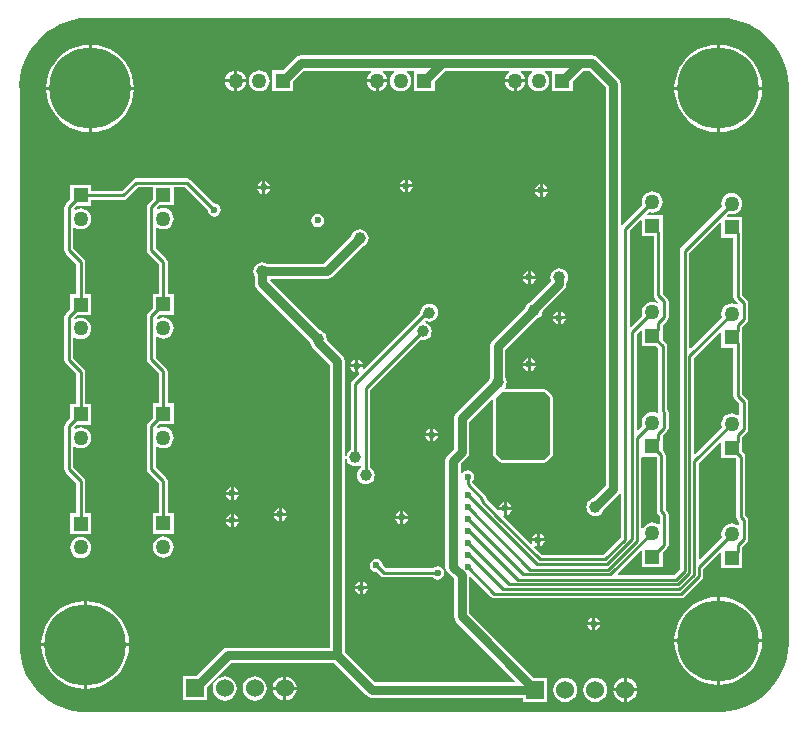
<source format=gbl>
G04*
G04 #@! TF.GenerationSoftware,Altium Limited,Altium Designer,20.0.13 (296)*
G04*
G04 Layer_Physical_Order=2*
G04 Layer_Color=16711680*
%FSLAX25Y25*%
%MOIN*%
G70*
G01*
G75*
%ADD18C,0.01000*%
%ADD56C,0.03000*%
%ADD57C,0.06000*%
%ADD58R,0.06000X0.06000*%
%ADD59C,0.27165*%
%ADD60C,0.05000*%
%ADD61R,0.05000X0.05000*%
%ADD62R,0.05000X0.05000*%
%ADD63C,0.02362*%
%ADD64C,0.03937*%
%ADD65C,0.03937*%
G36*
X620970Y379894D02*
X623247Y379442D01*
X625468Y378768D01*
X627612Y377880D01*
X629659Y376786D01*
X631589Y375496D01*
X633383Y374024D01*
X635024Y372383D01*
X636496Y370589D01*
X637786Y368659D01*
X638880Y366612D01*
X639768Y364468D01*
X640442Y362247D01*
X640895Y359970D01*
X641122Y357661D01*
Y356500D01*
Y172378D01*
Y171218D01*
X640895Y168908D01*
X640442Y166631D01*
X639768Y164410D01*
X638880Y162266D01*
X637786Y160219D01*
X636496Y158289D01*
X635024Y156495D01*
X633383Y154854D01*
X631589Y153382D01*
X629659Y152092D01*
X627612Y150998D01*
X625468Y150110D01*
X623247Y149436D01*
X620970Y148983D01*
X618660Y148756D01*
X617500D01*
X406681Y148756D01*
X405235D01*
X402368Y149133D01*
X399575Y149882D01*
X396903Y150989D01*
X394398Y152435D01*
X392104Y154195D01*
X390059Y156240D01*
X388298Y158535D01*
X386852Y161039D01*
X385746Y163711D01*
X384997Y166505D01*
X384619Y169372D01*
Y170818D01*
X384619Y356500D01*
X384500D01*
Y357661D01*
X384728Y359970D01*
X385180Y362247D01*
X385854Y364468D01*
X386742Y366612D01*
X387836Y368659D01*
X389126Y370589D01*
X390598Y372383D01*
X392239Y374024D01*
X394033Y375496D01*
X395963Y376786D01*
X398010Y377880D01*
X400154Y378768D01*
X402375Y379442D01*
X404652Y379894D01*
X406962Y380122D01*
X408122D01*
Y380122D01*
X617500Y380122D01*
X618660D01*
X620970Y379894D01*
D02*
G37*
%LPC*%
G36*
X457126Y362464D02*
Y359500D01*
X460090D01*
X460036Y359914D01*
X459683Y360765D01*
X459122Y361496D01*
X458391Y362057D01*
X457540Y362410D01*
X457126Y362464D01*
D02*
G37*
G36*
X456126Y362464D02*
X455712Y362410D01*
X454861Y362057D01*
X454130Y361496D01*
X453569Y360765D01*
X453216Y359914D01*
X453162Y359500D01*
X456126D01*
Y362464D01*
D02*
G37*
G36*
X618000Y371088D02*
Y357000D01*
X632088D01*
X631948Y358788D01*
X631412Y361020D01*
X630533Y363141D01*
X629334Y365098D01*
X627843Y366843D01*
X626098Y368334D01*
X624141Y369533D01*
X622020Y370412D01*
X619788Y370948D01*
X618000Y371088D01*
D02*
G37*
G36*
X617000D02*
X615212Y370948D01*
X612980Y370412D01*
X610859Y369533D01*
X608902Y368334D01*
X607157Y366843D01*
X605666Y365098D01*
X604467Y363141D01*
X603588Y361020D01*
X603052Y358788D01*
X602912Y357000D01*
X617000D01*
Y371088D01*
D02*
G37*
G36*
X408622D02*
Y357000D01*
X422711D01*
X422570Y358788D01*
X422034Y361020D01*
X421156Y363141D01*
X419956Y365098D01*
X418465Y366843D01*
X416720Y368334D01*
X414763Y369533D01*
X412642Y370412D01*
X410410Y370948D01*
X408622Y371088D01*
D02*
G37*
G36*
X407622D02*
X405834Y370948D01*
X403602Y370412D01*
X401481Y369533D01*
X399524Y368334D01*
X397779Y366843D01*
X396288Y365098D01*
X395089Y363141D01*
X394210Y361020D01*
X393674Y358788D01*
X393534Y357000D01*
X407622D01*
Y371088D01*
D02*
G37*
G36*
X460090Y358500D02*
X457126D01*
Y355536D01*
X457540Y355590D01*
X458391Y355943D01*
X459122Y356504D01*
X459683Y357235D01*
X460036Y358086D01*
X460090Y358500D01*
D02*
G37*
G36*
X549252D02*
X546288D01*
X546342Y358086D01*
X546695Y357235D01*
X547256Y356504D01*
X547987Y355943D01*
X548838Y355590D01*
X549252Y355536D01*
Y358500D01*
D02*
G37*
G36*
X503252D02*
X500288D01*
X500342Y358086D01*
X500695Y357235D01*
X501256Y356504D01*
X501987Y355943D01*
X502838Y355590D01*
X503252Y355536D01*
Y358500D01*
D02*
G37*
G36*
X553216D02*
X550252D01*
Y355536D01*
X550666Y355590D01*
X551517Y355943D01*
X552248Y356504D01*
X552809Y357235D01*
X553162Y358086D01*
X553216Y358500D01*
D02*
G37*
G36*
X507216D02*
X504252D01*
Y355536D01*
X504666Y355590D01*
X505517Y355943D01*
X506248Y356504D01*
X506809Y357235D01*
X507162Y358086D01*
X507216Y358500D01*
D02*
G37*
G36*
X456126D02*
X453162D01*
X453216Y358086D01*
X453569Y357235D01*
X454130Y356504D01*
X454861Y355943D01*
X455712Y355590D01*
X456126Y355536D01*
Y358500D01*
D02*
G37*
G36*
X464500Y362530D02*
X463586Y362410D01*
X462735Y362057D01*
X462004Y361496D01*
X461443Y360765D01*
X461090Y359914D01*
X460970Y359000D01*
X461090Y358086D01*
X461443Y357235D01*
X462004Y356504D01*
X462735Y355943D01*
X463586Y355590D01*
X464500Y355470D01*
X465414Y355590D01*
X466265Y355943D01*
X466996Y356504D01*
X467557Y357235D01*
X467910Y358086D01*
X468030Y359000D01*
X467910Y359914D01*
X467557Y360765D01*
X466996Y361496D01*
X466265Y362057D01*
X465414Y362410D01*
X464500Y362530D01*
D02*
G37*
G36*
X632088Y356000D02*
X618000D01*
Y341912D01*
X619788Y342052D01*
X622020Y342588D01*
X624141Y343467D01*
X626098Y344666D01*
X627843Y346157D01*
X629334Y347902D01*
X630533Y349859D01*
X631412Y351980D01*
X631948Y354212D01*
X632088Y356000D01*
D02*
G37*
G36*
X617000D02*
X602912D01*
X603052Y354212D01*
X603588Y351980D01*
X604467Y349859D01*
X605666Y347902D01*
X607157Y346157D01*
X608902Y344666D01*
X610859Y343467D01*
X612980Y342588D01*
X615212Y342052D01*
X617000Y341912D01*
Y356000D01*
D02*
G37*
G36*
X422711D02*
X408622D01*
Y341912D01*
X410410Y342052D01*
X412642Y342588D01*
X414763Y343467D01*
X416720Y344666D01*
X418465Y346157D01*
X419956Y347902D01*
X421156Y349859D01*
X422034Y351980D01*
X422570Y354212D01*
X422711Y356000D01*
D02*
G37*
G36*
X407622D02*
X393534D01*
X393674Y354212D01*
X394210Y351980D01*
X395089Y349859D01*
X396288Y347902D01*
X397779Y346157D01*
X399524Y344666D01*
X401481Y343467D01*
X403602Y342588D01*
X405834Y342052D01*
X407622Y341912D01*
Y356000D01*
D02*
G37*
G36*
X514000Y326124D02*
Y324500D01*
X515624D01*
X515555Y324851D01*
X515072Y325572D01*
X514351Y326055D01*
X514000Y326124D01*
D02*
G37*
G36*
X513000D02*
X512649Y326055D01*
X511928Y325572D01*
X511445Y324851D01*
X511376Y324500D01*
X513000D01*
Y326124D01*
D02*
G37*
G36*
X466500Y325624D02*
Y324000D01*
X468124D01*
X468055Y324351D01*
X467572Y325073D01*
X466851Y325555D01*
X466500Y325624D01*
D02*
G37*
G36*
X465500D02*
X465149Y325555D01*
X464428Y325073D01*
X463945Y324351D01*
X463876Y324000D01*
X465500D01*
Y325624D01*
D02*
G37*
G36*
X559000Y324624D02*
Y323000D01*
X560624D01*
X560555Y323351D01*
X560073Y324073D01*
X559351Y324555D01*
X559000Y324624D01*
D02*
G37*
G36*
X558000D02*
X557649Y324555D01*
X556927Y324073D01*
X556445Y323351D01*
X556376Y323000D01*
X558000D01*
Y324624D01*
D02*
G37*
G36*
X440500Y326529D02*
X423374D01*
X422788Y326413D01*
X422292Y326081D01*
X418614Y322403D01*
X408500D01*
Y324374D01*
X401500D01*
Y319537D01*
X399919Y317955D01*
X399587Y317459D01*
X399471Y316874D01*
Y302515D01*
X399587Y301930D01*
X399919Y301434D01*
X403471Y297882D01*
Y287874D01*
X401500D01*
Y283037D01*
X399919Y281455D01*
X399587Y280959D01*
X399471Y280374D01*
Y266015D01*
X399587Y265430D01*
X399919Y264934D01*
X403471Y261382D01*
Y251374D01*
X401500D01*
Y246537D01*
X399919Y244955D01*
X399587Y244459D01*
X399471Y243874D01*
Y229515D01*
X399587Y228930D01*
X399919Y228434D01*
X403471Y224882D01*
Y214874D01*
X401500D01*
Y207874D01*
X408500D01*
Y214874D01*
X406529D01*
Y225515D01*
X406413Y226101D01*
X406081Y226597D01*
X402529Y230149D01*
Y236919D01*
X402978Y237140D01*
X403235Y236943D01*
X404086Y236590D01*
X405000Y236470D01*
X405914Y236590D01*
X406765Y236943D01*
X407496Y237504D01*
X408057Y238235D01*
X408410Y239086D01*
X408530Y240000D01*
X408410Y240914D01*
X408057Y241765D01*
X407496Y242496D01*
X406765Y243057D01*
X405914Y243410D01*
X405000Y243530D01*
X404086Y243410D01*
X403368Y243112D01*
X402972Y243254D01*
X402819Y243368D01*
X402796Y243507D01*
X403663Y244374D01*
X408500D01*
Y251374D01*
X406529D01*
Y262015D01*
X406413Y262601D01*
X406081Y263097D01*
X402529Y266649D01*
Y273419D01*
X402978Y273640D01*
X403235Y273443D01*
X404086Y273090D01*
X405000Y272970D01*
X405914Y273090D01*
X406765Y273443D01*
X407496Y274004D01*
X408057Y274735D01*
X408410Y275586D01*
X408530Y276500D01*
X408410Y277414D01*
X408057Y278265D01*
X407496Y278996D01*
X406765Y279557D01*
X405914Y279910D01*
X405000Y280030D01*
X404086Y279910D01*
X403368Y279612D01*
X402972Y279754D01*
X402819Y279868D01*
X402796Y280007D01*
X403663Y280874D01*
X408500D01*
Y287874D01*
X406529D01*
Y298515D01*
X406413Y299101D01*
X406081Y299597D01*
X402529Y303149D01*
Y309919D01*
X402978Y310140D01*
X403235Y309943D01*
X404086Y309590D01*
X405000Y309470D01*
X405914Y309590D01*
X406765Y309943D01*
X407496Y310504D01*
X408057Y311235D01*
X408410Y312086D01*
X408530Y313000D01*
X408410Y313914D01*
X408057Y314765D01*
X407496Y315496D01*
X406765Y316057D01*
X405914Y316410D01*
X405000Y316530D01*
X404086Y316410D01*
X403368Y316112D01*
X402972Y316254D01*
X402819Y316368D01*
X402796Y316507D01*
X403663Y317374D01*
X408500D01*
Y319345D01*
X419248D01*
X419833Y319461D01*
X420329Y319793D01*
X424007Y323471D01*
X429000D01*
Y319663D01*
X427419Y318081D01*
X427087Y317585D01*
X426971Y317000D01*
Y302641D01*
X427087Y302056D01*
X427419Y301560D01*
X430971Y298008D01*
Y288000D01*
X429000D01*
Y283163D01*
X427419Y281581D01*
X427087Y281085D01*
X426971Y280500D01*
Y266141D01*
X427087Y265556D01*
X427419Y265060D01*
X430971Y261508D01*
Y251500D01*
X429000D01*
Y246663D01*
X427419Y245081D01*
X427087Y244585D01*
X426971Y244000D01*
Y229641D01*
X427087Y229056D01*
X427419Y228560D01*
X430971Y225008D01*
Y215000D01*
X429000D01*
Y208000D01*
X436000D01*
Y215000D01*
X434029D01*
Y225641D01*
X433913Y226227D01*
X433581Y226723D01*
X430029Y230275D01*
Y237045D01*
X430478Y237266D01*
X430735Y237069D01*
X431586Y236716D01*
X432500Y236596D01*
X433414Y236716D01*
X434265Y237069D01*
X434996Y237630D01*
X435557Y238361D01*
X435910Y239212D01*
X436030Y240126D01*
X435910Y241040D01*
X435557Y241891D01*
X434996Y242622D01*
X434265Y243183D01*
X433414Y243536D01*
X432500Y243656D01*
X431586Y243536D01*
X430868Y243238D01*
X430472Y243380D01*
X430319Y243494D01*
X430296Y243633D01*
X431163Y244500D01*
X436000D01*
Y251500D01*
X434029D01*
Y262141D01*
X433913Y262727D01*
X433581Y263223D01*
X430029Y266775D01*
Y273545D01*
X430478Y273766D01*
X430735Y273569D01*
X431586Y273216D01*
X432500Y273096D01*
X433414Y273216D01*
X434265Y273569D01*
X434996Y274130D01*
X435557Y274861D01*
X435910Y275712D01*
X436030Y276626D01*
X435910Y277540D01*
X435557Y278391D01*
X434996Y279122D01*
X434265Y279683D01*
X433414Y280036D01*
X432500Y280156D01*
X431586Y280036D01*
X430868Y279738D01*
X430472Y279880D01*
X430319Y279994D01*
X430296Y280133D01*
X431163Y281000D01*
X436000D01*
Y288000D01*
X434029D01*
Y298641D01*
X433913Y299227D01*
X433581Y299723D01*
X430029Y303275D01*
Y310045D01*
X430478Y310266D01*
X430735Y310069D01*
X431586Y309716D01*
X432500Y309596D01*
X433414Y309716D01*
X434265Y310069D01*
X434996Y310630D01*
X435557Y311361D01*
X435910Y312212D01*
X436030Y313126D01*
X435910Y314040D01*
X435557Y314891D01*
X434996Y315622D01*
X434265Y316183D01*
X433414Y316536D01*
X432500Y316656D01*
X431586Y316536D01*
X430868Y316238D01*
X430472Y316380D01*
X430319Y316494D01*
X430296Y316633D01*
X431163Y317500D01*
X436000D01*
Y323471D01*
X439866D01*
X447286Y316051D01*
X447276Y316000D01*
X447445Y315149D01*
X447928Y314427D01*
X448649Y313945D01*
X449500Y313776D01*
X450351Y313945D01*
X451073Y314427D01*
X451555Y315149D01*
X451724Y316000D01*
X451555Y316851D01*
X451073Y317572D01*
X450351Y318055D01*
X449500Y318224D01*
X449449Y318214D01*
X441581Y326081D01*
X441085Y326413D01*
X440500Y326529D01*
D02*
G37*
G36*
X515624Y323500D02*
X514000D01*
Y321876D01*
X514351Y321945D01*
X515072Y322428D01*
X515555Y323149D01*
X515624Y323500D01*
D02*
G37*
G36*
X513000D02*
X511376D01*
X511445Y323149D01*
X511928Y322428D01*
X512649Y321945D01*
X513000Y321876D01*
Y323500D01*
D02*
G37*
G36*
X468124Y323000D02*
X466500D01*
Y321376D01*
X466851Y321445D01*
X467572Y321927D01*
X468055Y322649D01*
X468124Y323000D01*
D02*
G37*
G36*
X465500D02*
X463876D01*
X463945Y322649D01*
X464428Y321927D01*
X465149Y321445D01*
X465500Y321376D01*
Y323000D01*
D02*
G37*
G36*
X560624Y322000D02*
X559000D01*
Y320376D01*
X559351Y320445D01*
X560073Y320928D01*
X560555Y321649D01*
X560624Y322000D01*
D02*
G37*
G36*
X558000D02*
X556376D01*
X556445Y321649D01*
X556927Y320928D01*
X557649Y320445D01*
X558000Y320376D01*
Y322000D01*
D02*
G37*
G36*
X575500Y367549D02*
X478374D01*
X477399Y367355D01*
X476572Y366802D01*
X472269Y362500D01*
X468874D01*
Y355500D01*
X475874D01*
Y358895D01*
X479430Y362451D01*
X501679D01*
X501848Y361951D01*
X501256Y361496D01*
X500695Y360765D01*
X500342Y359914D01*
X500288Y359500D01*
X503752D01*
X507216D01*
X507162Y359914D01*
X506809Y360765D01*
X506248Y361496D01*
X505655Y361951D01*
X505825Y362451D01*
X509553D01*
X509723Y361951D01*
X509130Y361496D01*
X508569Y360765D01*
X508216Y359914D01*
X508096Y359000D01*
X508216Y358086D01*
X508569Y357235D01*
X509130Y356504D01*
X509861Y355943D01*
X510712Y355590D01*
X511626Y355470D01*
X512540Y355590D01*
X513391Y355943D01*
X514122Y356504D01*
X514683Y357235D01*
X515036Y358086D01*
X515156Y359000D01*
X515036Y359914D01*
X514683Y360765D01*
X514122Y361496D01*
X513529Y361951D01*
X513699Y362451D01*
X516000D01*
Y355500D01*
X523000D01*
Y358895D01*
X526556Y362451D01*
X547679D01*
X547848Y361951D01*
X547256Y361496D01*
X546695Y360765D01*
X546342Y359914D01*
X546288Y359500D01*
X549752D01*
X553216D01*
X553162Y359914D01*
X552809Y360765D01*
X552248Y361496D01*
X551655Y361951D01*
X551825Y362451D01*
X555553D01*
X555723Y361951D01*
X555130Y361496D01*
X554569Y360765D01*
X554216Y359914D01*
X554096Y359000D01*
X554216Y358086D01*
X554569Y357235D01*
X555130Y356504D01*
X555861Y355943D01*
X556712Y355590D01*
X557626Y355470D01*
X558540Y355590D01*
X559391Y355943D01*
X560122Y356504D01*
X560683Y357235D01*
X561036Y358086D01*
X561156Y359000D01*
X561036Y359914D01*
X560683Y360765D01*
X560122Y361496D01*
X559529Y361951D01*
X559699Y362451D01*
X562000D01*
Y355500D01*
X569000D01*
Y358895D01*
X572556Y362451D01*
X574444D01*
X579951Y356944D01*
Y224056D01*
X575797Y219901D01*
X575725Y219892D01*
X575003Y219593D01*
X574383Y219117D01*
X573907Y218497D01*
X573608Y217775D01*
X573506Y217000D01*
X573608Y216225D01*
X573907Y215503D01*
X574383Y214883D01*
X575003Y214407D01*
X575725Y214108D01*
X576500Y214006D01*
X577275Y214108D01*
X577997Y214407D01*
X578617Y214883D01*
X579093Y215503D01*
X579392Y216225D01*
X579401Y216297D01*
X584302Y221198D01*
X584471Y221449D01*
X584971Y221298D01*
Y206755D01*
X579245Y201029D01*
X558766D01*
X556054Y203742D01*
X556372Y204130D01*
X556649Y203945D01*
X557000Y203876D01*
Y205500D01*
X555376D01*
X555445Y205149D01*
X555630Y204872D01*
X555242Y204554D01*
X545912Y213883D01*
X546000Y214048D01*
Y216000D01*
X544047D01*
X543883Y215912D01*
X540286Y219509D01*
Y219743D01*
X540170Y220328D01*
X539838Y220825D01*
X535701Y224962D01*
X535572Y225428D01*
X536055Y226149D01*
X536224Y227000D01*
X536055Y227851D01*
X535572Y228573D01*
X534851Y229055D01*
X534000Y229224D01*
X533149Y229055D01*
X532428Y228573D01*
X532168Y228184D01*
X531668Y228336D01*
Y231345D01*
X533802Y233479D01*
X534355Y234306D01*
X534549Y235282D01*
Y245444D01*
X541980Y252876D01*
X542480Y252668D01*
Y234750D01*
X542558Y234360D01*
X542779Y234029D01*
X544779Y232029D01*
X545110Y231808D01*
X545500Y231730D01*
X559500Y231730D01*
X559890Y231808D01*
X560221Y232029D01*
X562221Y234029D01*
X562442Y234360D01*
X562520Y234750D01*
X562520Y253250D01*
X562442Y253640D01*
X562221Y253971D01*
X560321Y255871D01*
X559990Y256092D01*
X559600Y256170D01*
X546584Y256170D01*
X546337Y256670D01*
X546593Y257003D01*
X546892Y257725D01*
X546994Y258500D01*
X546892Y259275D01*
X546593Y259997D01*
X546549Y260054D01*
Y269444D01*
X556703Y279598D01*
X556775Y279608D01*
X557497Y279907D01*
X558117Y280383D01*
X558593Y281003D01*
X558892Y281725D01*
X558977Y282372D01*
X566123Y289518D01*
X566676Y290345D01*
X566870Y291321D01*
Y291712D01*
X567093Y292003D01*
X567392Y292725D01*
X567494Y293500D01*
X567392Y294275D01*
X567093Y294997D01*
X566617Y295617D01*
X565997Y296093D01*
X565275Y296392D01*
X564500Y296494D01*
X563725Y296392D01*
X563003Y296093D01*
X562383Y295617D01*
X561907Y294997D01*
X561608Y294275D01*
X561506Y293500D01*
X561608Y292725D01*
X561758Y292363D01*
X554666Y285271D01*
X554564Y285118D01*
X554503Y285093D01*
X553883Y284617D01*
X553407Y283997D01*
X553108Y283275D01*
X553098Y283203D01*
X542198Y272302D01*
X541645Y271476D01*
X541451Y270500D01*
Y260054D01*
X541407Y259997D01*
X541108Y259275D01*
X541098Y259203D01*
X530198Y248302D01*
X529645Y247476D01*
X529451Y246500D01*
Y236337D01*
X527317Y234203D01*
X526764Y233376D01*
X526570Y232400D01*
Y197099D01*
X526764Y196124D01*
X527317Y195297D01*
X529451Y193163D01*
Y180500D01*
X529645Y179525D01*
X530198Y178698D01*
X549884Y159011D01*
X549693Y158549D01*
X503056D01*
X493049Y168556D01*
Y233139D01*
X493549Y233172D01*
X493608Y232725D01*
X493907Y232003D01*
X494383Y231383D01*
X495003Y230907D01*
X495725Y230608D01*
X496500Y230506D01*
X497275Y230608D01*
X497997Y230907D01*
X498022Y230926D01*
X498471Y230705D01*
Y230068D01*
X497883Y229617D01*
X497407Y228997D01*
X497108Y228275D01*
X497006Y227500D01*
X497108Y226725D01*
X497407Y226003D01*
X497883Y225383D01*
X498503Y224907D01*
X499225Y224608D01*
X500000Y224506D01*
X500775Y224608D01*
X501497Y224907D01*
X502117Y225383D01*
X502593Y226003D01*
X502892Y226725D01*
X502994Y227500D01*
X502892Y228275D01*
X502593Y228997D01*
X502117Y229617D01*
X501529Y230068D01*
Y255867D01*
X518265Y272603D01*
X519000Y272506D01*
X519775Y272608D01*
X520497Y272907D01*
X521117Y273383D01*
X521593Y274003D01*
X521892Y274725D01*
X521994Y275500D01*
X521892Y276275D01*
X521593Y276997D01*
X521117Y277617D01*
X520497Y278093D01*
X520005Y278297D01*
X519841Y278830D01*
X519979Y278999D01*
X520064Y279049D01*
X520440Y278893D01*
X521215Y278791D01*
X521989Y278893D01*
X522712Y279192D01*
X523332Y279668D01*
X523807Y280288D01*
X524107Y281011D01*
X524209Y281785D01*
X524107Y282560D01*
X523807Y283282D01*
X523332Y283903D01*
X522712Y284378D01*
X521989Y284678D01*
X521215Y284780D01*
X520440Y284678D01*
X519718Y284378D01*
X519097Y283903D01*
X518622Y283282D01*
X518323Y282560D01*
X518221Y281789D01*
X499560Y263128D01*
X499099Y263375D01*
X499124Y263500D01*
X497500D01*
Y261876D01*
X497625Y261901D01*
X497872Y261440D01*
X495419Y258987D01*
X495087Y258490D01*
X494971Y257905D01*
Y236068D01*
X494383Y235617D01*
X493907Y234997D01*
X493608Y234275D01*
X493549Y233828D01*
X493049Y233861D01*
Y265500D01*
X492855Y266476D01*
X492302Y267302D01*
X486949Y272656D01*
X486994Y273000D01*
X486892Y273775D01*
X486593Y274497D01*
X486117Y275117D01*
X485497Y275593D01*
X484775Y275892D01*
X484703Y275902D01*
X468154Y292451D01*
X468302Y292951D01*
X486962D01*
X487937Y293145D01*
X488764Y293698D01*
X498641Y303575D01*
X498713Y303584D01*
X499435Y303883D01*
X500055Y304359D01*
X500531Y304979D01*
X500830Y305701D01*
X500932Y306476D01*
X500830Y307251D01*
X500531Y307973D01*
X500055Y308593D01*
X499435Y309069D01*
X498713Y309368D01*
X497938Y309470D01*
X497163Y309368D01*
X496441Y309069D01*
X495821Y308593D01*
X495345Y307973D01*
X495046Y307251D01*
X495037Y307179D01*
X485906Y298049D01*
X467054D01*
X466997Y298093D01*
X466275Y298392D01*
X465500Y298494D01*
X464725Y298392D01*
X464003Y298093D01*
X463383Y297617D01*
X462907Y296997D01*
X462608Y296275D01*
X462506Y295500D01*
X462608Y294725D01*
X462907Y294003D01*
X462951Y293946D01*
Y291500D01*
X463145Y290525D01*
X463698Y289698D01*
X481099Y272297D01*
X481108Y272225D01*
X481407Y271503D01*
X481600Y271252D01*
X481645Y271024D01*
X482198Y270198D01*
X487951Y264444D01*
Y170049D01*
X454000D01*
X453024Y169855D01*
X452198Y169302D01*
X443395Y160500D01*
X439000D01*
Y152500D01*
X447000D01*
Y156895D01*
X449712Y159608D01*
X450089Y159277D01*
X449914Y159048D01*
X449506Y158517D01*
X449103Y157544D01*
X448966Y156500D01*
X449103Y155456D01*
X449506Y154483D01*
X450147Y153647D01*
X450983Y153006D01*
X451956Y152603D01*
X453000Y152465D01*
X454044Y152603D01*
X455017Y153006D01*
X455853Y153647D01*
X456494Y154483D01*
X456897Y155456D01*
X457034Y156500D01*
X456897Y157544D01*
X456494Y158517D01*
X455853Y159353D01*
X455017Y159994D01*
X454044Y160397D01*
X453000Y160535D01*
X451956Y160397D01*
X450983Y159994D01*
X450452Y159587D01*
X450223Y159411D01*
X449892Y159788D01*
X455056Y164951D01*
X489444D01*
X500198Y154198D01*
X501024Y153645D01*
X502000Y153451D01*
X552500D01*
Y152000D01*
X560500D01*
Y160000D01*
X556105D01*
X534549Y181556D01*
Y193581D01*
X535049Y193788D01*
X541828Y187009D01*
X542324Y186678D01*
X542909Y186561D01*
X605152D01*
X605737Y186678D01*
X606234Y187009D01*
X612081Y192857D01*
X612413Y193353D01*
X612529Y193939D01*
Y196323D01*
X618038Y201832D01*
X618500Y201641D01*
Y196583D01*
X625500D01*
Y201935D01*
X625529Y202083D01*
Y203666D01*
X627081Y205218D01*
X627413Y205715D01*
X627529Y206300D01*
Y212500D01*
X627413Y213085D01*
X627081Y213581D01*
X626529Y214134D01*
Y233791D01*
X626413Y234377D01*
X626081Y234873D01*
X625500Y235454D01*
Y238644D01*
X625529Y238791D01*
Y240375D01*
X627081Y241927D01*
X627413Y242423D01*
X627529Y243008D01*
Y252000D01*
X627413Y252585D01*
X627081Y253081D01*
X625529Y254633D01*
Y271500D01*
X625500Y271648D01*
Y275352D01*
X625529Y275500D01*
Y277084D01*
X627081Y278636D01*
X627413Y279132D01*
X627529Y279717D01*
Y285000D01*
X627413Y285585D01*
X627081Y286081D01*
X625529Y287633D01*
Y308209D01*
X625500Y308356D01*
Y313709D01*
X620442D01*
X620251Y314171D01*
X620851Y314770D01*
X621086Y314673D01*
X622000Y314552D01*
X622914Y314673D01*
X623765Y315025D01*
X624496Y315586D01*
X625057Y316318D01*
X625410Y317169D01*
X625530Y318083D01*
X625410Y318996D01*
X625057Y319848D01*
X624496Y320579D01*
X623765Y321140D01*
X622914Y321493D01*
X622000Y321613D01*
X621086Y321493D01*
X620235Y321140D01*
X619504Y320579D01*
X618943Y319848D01*
X618590Y318996D01*
X618470Y318083D01*
X618590Y317169D01*
X618688Y316933D01*
X605237Y303483D01*
X604906Y302987D01*
X604789Y302402D01*
Y196255D01*
X602836Y194301D01*
X584117D01*
X583926Y194763D01*
X591538Y202375D01*
X592000Y202184D01*
Y196917D01*
X599000D01*
Y201754D01*
X600581Y203336D01*
X600913Y203832D01*
X601029Y204417D01*
Y214500D01*
X600913Y215085D01*
X600581Y215581D01*
X600029Y216133D01*
Y234209D01*
X599913Y234794D01*
X599581Y235290D01*
X599000Y235872D01*
Y239061D01*
X599029Y239209D01*
Y240792D01*
X600581Y242344D01*
X600913Y242841D01*
X601029Y243426D01*
Y248500D01*
X600913Y249085D01*
X600581Y249581D01*
X600529Y249634D01*
Y270500D01*
X600413Y271085D01*
X600081Y271581D01*
X599000Y272663D01*
Y275852D01*
X599029Y276000D01*
Y277584D01*
X600581Y279136D01*
X600913Y279632D01*
X601029Y280217D01*
Y285500D01*
X600913Y286085D01*
X600581Y286581D01*
X599029Y288134D01*
Y308791D01*
X599000Y308939D01*
Y314291D01*
X593942D01*
X593751Y314753D01*
X594351Y315353D01*
X594586Y315255D01*
X595500Y315135D01*
X596414Y315255D01*
X597265Y315608D01*
X597996Y316169D01*
X598557Y316900D01*
X598910Y317752D01*
X599030Y318665D01*
X598910Y319579D01*
X598557Y320430D01*
X597996Y321162D01*
X597265Y321723D01*
X596414Y322075D01*
X595500Y322196D01*
X594586Y322075D01*
X593735Y321723D01*
X593004Y321162D01*
X592443Y320430D01*
X592090Y319579D01*
X591970Y318665D01*
X592090Y317752D01*
X592188Y317516D01*
X585549Y310877D01*
X585049Y311062D01*
Y358000D01*
X584855Y358976D01*
X584302Y359802D01*
X577302Y366802D01*
X576475Y367355D01*
X575500Y367549D01*
D02*
G37*
G36*
X484000Y314724D02*
X483149Y314555D01*
X482428Y314072D01*
X481945Y313351D01*
X481776Y312500D01*
X481945Y311649D01*
X482428Y310928D01*
X483149Y310445D01*
X484000Y310276D01*
X484851Y310445D01*
X485572Y310928D01*
X486055Y311649D01*
X486224Y312500D01*
X486055Y313351D01*
X485572Y314072D01*
X484851Y314555D01*
X484000Y314724D01*
D02*
G37*
G36*
X555000Y295624D02*
Y294000D01*
X556624D01*
X556555Y294351D01*
X556073Y295073D01*
X555351Y295555D01*
X555000Y295624D01*
D02*
G37*
G36*
X554000D02*
X553649Y295555D01*
X552927Y295073D01*
X552445Y294351D01*
X552376Y294000D01*
X554000D01*
Y295624D01*
D02*
G37*
G36*
X556624Y293000D02*
X555000D01*
Y291376D01*
X555351Y291445D01*
X556073Y291928D01*
X556555Y292649D01*
X556624Y293000D01*
D02*
G37*
G36*
X554000D02*
X552376D01*
X552445Y292649D01*
X552927Y291928D01*
X553649Y291445D01*
X554000Y291376D01*
Y293000D01*
D02*
G37*
G36*
X565000Y282124D02*
Y280500D01*
X566624D01*
X566555Y280851D01*
X566073Y281573D01*
X565351Y282055D01*
X565000Y282124D01*
D02*
G37*
G36*
X564000D02*
X563649Y282055D01*
X562927Y281573D01*
X562445Y280851D01*
X562376Y280500D01*
X564000D01*
Y282124D01*
D02*
G37*
G36*
X566624Y279500D02*
X565000D01*
Y277876D01*
X565351Y277945D01*
X566073Y278428D01*
X566555Y279149D01*
X566624Y279500D01*
D02*
G37*
G36*
X564000D02*
X562376D01*
X562445Y279149D01*
X562927Y278428D01*
X563649Y277945D01*
X564000Y277876D01*
Y279500D01*
D02*
G37*
G36*
X555000Y266624D02*
Y265000D01*
X556624D01*
X556555Y265351D01*
X556073Y266073D01*
X555351Y266555D01*
X555000Y266624D01*
D02*
G37*
G36*
X554000D02*
X553649Y266555D01*
X552927Y266073D01*
X552445Y265351D01*
X552376Y265000D01*
X554000D01*
Y266624D01*
D02*
G37*
G36*
X497500Y266124D02*
Y264500D01*
X499124D01*
X499055Y264851D01*
X498572Y265573D01*
X497851Y266055D01*
X497500Y266124D01*
D02*
G37*
G36*
X496500D02*
X496149Y266055D01*
X495428Y265573D01*
X494945Y264851D01*
X494876Y264500D01*
X496500D01*
Y266124D01*
D02*
G37*
G36*
X556624Y264000D02*
X555000D01*
Y262376D01*
X555351Y262445D01*
X556073Y262928D01*
X556555Y263649D01*
X556624Y264000D01*
D02*
G37*
G36*
X554000D02*
X552376D01*
X552445Y263649D01*
X552927Y262928D01*
X553649Y262445D01*
X554000Y262376D01*
Y264000D01*
D02*
G37*
G36*
X496500Y263500D02*
X494876D01*
X494945Y263149D01*
X495428Y262427D01*
X496149Y261945D01*
X496500Y261876D01*
Y263500D01*
D02*
G37*
G36*
X522500Y243124D02*
Y241500D01*
X524124D01*
X524055Y241851D01*
X523572Y242572D01*
X522851Y243055D01*
X522500Y243124D01*
D02*
G37*
G36*
X521500D02*
X521149Y243055D01*
X520428Y242572D01*
X519945Y241851D01*
X519876Y241500D01*
X521500D01*
Y243124D01*
D02*
G37*
G36*
X524124Y240500D02*
X522500D01*
Y238876D01*
X522851Y238945D01*
X523572Y239427D01*
X524055Y240149D01*
X524124Y240500D01*
D02*
G37*
G36*
X521500D02*
X519876D01*
X519945Y240149D01*
X520428Y239427D01*
X521149Y238945D01*
X521500Y238876D01*
Y240500D01*
D02*
G37*
G36*
X456000Y223624D02*
Y222000D01*
X457624D01*
X457555Y222351D01*
X457072Y223073D01*
X456351Y223555D01*
X456000Y223624D01*
D02*
G37*
G36*
X455000D02*
X454649Y223555D01*
X453928Y223073D01*
X453445Y222351D01*
X453376Y222000D01*
X455000D01*
Y223624D01*
D02*
G37*
G36*
X457624Y221000D02*
X456000D01*
Y219376D01*
X456351Y219445D01*
X457072Y219928D01*
X457555Y220649D01*
X457624Y221000D01*
D02*
G37*
G36*
X455000D02*
X453376D01*
X453445Y220649D01*
X453928Y219928D01*
X454649Y219445D01*
X455000Y219376D01*
Y221000D01*
D02*
G37*
G36*
X547000Y218624D02*
Y217000D01*
X548624D01*
X548555Y217351D01*
X548072Y218073D01*
X547351Y218555D01*
X547000Y218624D01*
D02*
G37*
G36*
X546000D02*
X545649Y218555D01*
X544928Y218073D01*
X544445Y217351D01*
X544376Y217000D01*
X546000D01*
Y218624D01*
D02*
G37*
G36*
X472000Y216624D02*
Y215000D01*
X473624D01*
X473555Y215351D01*
X473072Y216073D01*
X472351Y216555D01*
X472000Y216624D01*
D02*
G37*
G36*
X471000D02*
X470649Y216555D01*
X469928Y216073D01*
X469445Y215351D01*
X469376Y215000D01*
X471000D01*
Y216624D01*
D02*
G37*
G36*
X548624Y216000D02*
X547000D01*
Y214376D01*
X547351Y214445D01*
X548072Y214928D01*
X548555Y215649D01*
X548624Y216000D01*
D02*
G37*
G36*
X512500Y215624D02*
Y214000D01*
X514124D01*
X514055Y214351D01*
X513573Y215072D01*
X512851Y215555D01*
X512500Y215624D01*
D02*
G37*
G36*
X511500D02*
X511149Y215555D01*
X510428Y215072D01*
X509945Y214351D01*
X509876Y214000D01*
X511500D01*
Y215624D01*
D02*
G37*
G36*
X456000Y214624D02*
Y213000D01*
X457624D01*
X457555Y213351D01*
X457072Y214072D01*
X456351Y214555D01*
X456000Y214624D01*
D02*
G37*
G36*
X455000D02*
X454649Y214555D01*
X453928Y214072D01*
X453445Y213351D01*
X453376Y213000D01*
X455000D01*
Y214624D01*
D02*
G37*
G36*
X473624Y214000D02*
X472000D01*
Y212376D01*
X472351Y212445D01*
X473072Y212928D01*
X473555Y213649D01*
X473624Y214000D01*
D02*
G37*
G36*
X471000D02*
X469376D01*
X469445Y213649D01*
X469928Y212928D01*
X470649Y212445D01*
X471000Y212376D01*
Y214000D01*
D02*
G37*
G36*
X514124Y213000D02*
X512500D01*
Y211376D01*
X512851Y211445D01*
X513573Y211928D01*
X514055Y212649D01*
X514124Y213000D01*
D02*
G37*
G36*
X511500D02*
X509876D01*
X509945Y212649D01*
X510428Y211928D01*
X511149Y211445D01*
X511500Y211376D01*
Y213000D01*
D02*
G37*
G36*
X457624Y212000D02*
X456000D01*
Y210376D01*
X456351Y210445D01*
X457072Y210928D01*
X457555Y211649D01*
X457624Y212000D01*
D02*
G37*
G36*
X455000D02*
X453376D01*
X453445Y211649D01*
X453928Y210928D01*
X454649Y210445D01*
X455000Y210376D01*
Y212000D01*
D02*
G37*
G36*
X558000Y208124D02*
Y206500D01*
X559624D01*
X559555Y206851D01*
X559072Y207573D01*
X558351Y208055D01*
X558000Y208124D01*
D02*
G37*
G36*
X557000D02*
X556649Y208055D01*
X555928Y207573D01*
X555445Y206851D01*
X555376Y206500D01*
X557000D01*
Y208124D01*
D02*
G37*
G36*
X559624Y205500D02*
X558000D01*
Y203876D01*
X558351Y203945D01*
X559072Y204428D01*
X559555Y205149D01*
X559624Y205500D01*
D02*
G37*
G36*
X432500Y207156D02*
X431586Y207036D01*
X430735Y206683D01*
X430004Y206122D01*
X429443Y205391D01*
X429090Y204540D01*
X428970Y203626D01*
X429090Y202712D01*
X429443Y201861D01*
X430004Y201130D01*
X430735Y200569D01*
X431586Y200216D01*
X432500Y200096D01*
X433414Y200216D01*
X434265Y200569D01*
X434996Y201130D01*
X435557Y201861D01*
X435910Y202712D01*
X436030Y203626D01*
X435910Y204540D01*
X435557Y205391D01*
X434996Y206122D01*
X434265Y206683D01*
X433414Y207036D01*
X432500Y207156D01*
D02*
G37*
G36*
X405000Y207030D02*
X404086Y206910D01*
X403235Y206557D01*
X402504Y205996D01*
X401943Y205265D01*
X401590Y204414D01*
X401470Y203500D01*
X401590Y202586D01*
X401943Y201735D01*
X402504Y201004D01*
X403235Y200443D01*
X404086Y200090D01*
X405000Y199970D01*
X405914Y200090D01*
X406765Y200443D01*
X407496Y201004D01*
X408057Y201735D01*
X408410Y202586D01*
X408530Y203500D01*
X408410Y204414D01*
X408057Y205265D01*
X407496Y205996D01*
X406765Y206557D01*
X405914Y206910D01*
X405000Y207030D01*
D02*
G37*
G36*
X503500Y199724D02*
X502649Y199555D01*
X501928Y199073D01*
X501445Y198351D01*
X501276Y197500D01*
X501445Y196649D01*
X501928Y195928D01*
X502649Y195446D01*
X503500Y195276D01*
X503551Y195286D01*
X504919Y193919D01*
X505415Y193587D01*
X506000Y193471D01*
X522399D01*
X522428Y193428D01*
X523149Y192946D01*
X524000Y192776D01*
X524851Y192946D01*
X525572Y193428D01*
X526055Y194149D01*
X526224Y195000D01*
X526055Y195851D01*
X525572Y196572D01*
X524851Y197055D01*
X524000Y197224D01*
X523149Y197055D01*
X522428Y196572D01*
X522399Y196529D01*
X506634D01*
X505714Y197449D01*
X505724Y197500D01*
X505555Y198351D01*
X505072Y199073D01*
X504351Y199555D01*
X503500Y199724D01*
D02*
G37*
G36*
X499000Y192124D02*
Y190500D01*
X500624D01*
X500555Y190851D01*
X500072Y191572D01*
X499351Y192054D01*
X499000Y192124D01*
D02*
G37*
G36*
X498000D02*
X497649Y192054D01*
X496927Y191572D01*
X496445Y190851D01*
X496376Y190500D01*
X498000D01*
Y192124D01*
D02*
G37*
G36*
X500624Y189500D02*
X499000D01*
Y187876D01*
X499351Y187945D01*
X500072Y188427D01*
X500555Y189149D01*
X500624Y189500D01*
D02*
G37*
G36*
X498000D02*
X496376D01*
X496445Y189149D01*
X496927Y188427D01*
X497649Y187945D01*
X498000Y187876D01*
Y189500D01*
D02*
G37*
G36*
X576500Y180124D02*
Y178500D01*
X578124D01*
X578055Y178851D01*
X577572Y179572D01*
X576851Y180054D01*
X576500Y180124D01*
D02*
G37*
G36*
X575500D02*
X575149Y180054D01*
X574428Y179572D01*
X573945Y178851D01*
X573876Y178500D01*
X575500D01*
Y180124D01*
D02*
G37*
G36*
X578124Y177500D02*
X576500D01*
Y175876D01*
X576851Y175945D01*
X577572Y176427D01*
X578055Y177149D01*
X578124Y177500D01*
D02*
G37*
G36*
X575500D02*
X573876D01*
X573945Y177149D01*
X574428Y176427D01*
X575149Y175945D01*
X575500Y175876D01*
Y177500D01*
D02*
G37*
G36*
X618000Y186966D02*
Y172878D01*
X632088D01*
X631948Y174666D01*
X631412Y176898D01*
X630533Y179019D01*
X629334Y180976D01*
X627843Y182721D01*
X626098Y184212D01*
X624141Y185411D01*
X622020Y186290D01*
X619788Y186826D01*
X618000Y186966D01*
D02*
G37*
G36*
X617000D02*
X615212Y186826D01*
X612980Y186290D01*
X610859Y185411D01*
X608902Y184212D01*
X607157Y182721D01*
X605666Y180976D01*
X604467Y179019D01*
X603588Y176898D01*
X603052Y174666D01*
X602912Y172878D01*
X617000D01*
Y186966D01*
D02*
G37*
G36*
X407000Y185588D02*
Y171500D01*
X421088D01*
X420948Y173288D01*
X420412Y175520D01*
X419533Y177641D01*
X418334Y179598D01*
X416843Y181343D01*
X415098Y182834D01*
X413141Y184033D01*
X411020Y184912D01*
X408788Y185448D01*
X407000Y185588D01*
D02*
G37*
G36*
X406000D02*
X404212Y185448D01*
X401980Y184912D01*
X399859Y184033D01*
X397902Y182834D01*
X396157Y181343D01*
X394666Y179598D01*
X393467Y177641D01*
X392588Y175520D01*
X392052Y173288D01*
X391912Y171500D01*
X406000D01*
Y185588D01*
D02*
G37*
G36*
X632088Y171878D02*
X618000D01*
Y157790D01*
X619788Y157930D01*
X622020Y158466D01*
X624141Y159344D01*
X626098Y160544D01*
X627843Y162035D01*
X629334Y163780D01*
X630533Y165737D01*
X631412Y167858D01*
X631948Y170090D01*
X632088Y171878D01*
D02*
G37*
G36*
X617000D02*
X602912D01*
X603052Y170090D01*
X603588Y167858D01*
X604467Y165737D01*
X605666Y163780D01*
X607157Y162035D01*
X608902Y160544D01*
X610859Y159344D01*
X612980Y158466D01*
X615212Y157930D01*
X617000Y157790D01*
Y171878D01*
D02*
G37*
G36*
X473500Y160469D02*
Y157000D01*
X476969D01*
X476897Y157544D01*
X476494Y158517D01*
X475853Y159353D01*
X475017Y159994D01*
X474044Y160397D01*
X473500Y160469D01*
D02*
G37*
G36*
X472500D02*
X471956Y160397D01*
X470983Y159994D01*
X470147Y159353D01*
X469506Y158517D01*
X469103Y157544D01*
X469031Y157000D01*
X472500D01*
Y160469D01*
D02*
G37*
G36*
X587000Y159969D02*
Y156500D01*
X590469D01*
X590397Y157044D01*
X589994Y158017D01*
X589353Y158853D01*
X588517Y159494D01*
X587544Y159897D01*
X587000Y159969D01*
D02*
G37*
G36*
X586000D02*
X585456Y159897D01*
X584483Y159494D01*
X583647Y158853D01*
X583006Y158017D01*
X582603Y157044D01*
X582531Y156500D01*
X586000D01*
Y159969D01*
D02*
G37*
G36*
X421088Y170500D02*
X407000D01*
Y156412D01*
X408788Y156552D01*
X411020Y157088D01*
X413141Y157967D01*
X415098Y159166D01*
X416843Y160657D01*
X418334Y162402D01*
X419533Y164359D01*
X420412Y166480D01*
X420948Y168712D01*
X421088Y170500D01*
D02*
G37*
G36*
X406000D02*
X391912D01*
X392052Y168712D01*
X392588Y166480D01*
X393467Y164359D01*
X394666Y162402D01*
X396157Y160657D01*
X397902Y159166D01*
X399859Y157967D01*
X401980Y157088D01*
X404212Y156552D01*
X406000Y156412D01*
Y170500D01*
D02*
G37*
G36*
X476969Y156000D02*
X473500D01*
Y152531D01*
X474044Y152603D01*
X475017Y153006D01*
X475853Y153647D01*
X476494Y154483D01*
X476897Y155456D01*
X476969Y156000D01*
D02*
G37*
G36*
X472500D02*
X469031D01*
X469103Y155456D01*
X469506Y154483D01*
X470147Y153647D01*
X470983Y153006D01*
X471956Y152603D01*
X472500Y152531D01*
Y156000D01*
D02*
G37*
G36*
X463000Y160535D02*
X461956Y160397D01*
X460983Y159994D01*
X460147Y159353D01*
X459506Y158517D01*
X459103Y157544D01*
X458965Y156500D01*
X459103Y155456D01*
X459506Y154483D01*
X460147Y153647D01*
X460983Y153006D01*
X461956Y152603D01*
X463000Y152465D01*
X464044Y152603D01*
X465017Y153006D01*
X465853Y153647D01*
X466494Y154483D01*
X466897Y155456D01*
X467034Y156500D01*
X466897Y157544D01*
X466494Y158517D01*
X465853Y159353D01*
X465017Y159994D01*
X464044Y160397D01*
X463000Y160535D01*
D02*
G37*
G36*
X590469Y155500D02*
X587000D01*
Y152031D01*
X587544Y152103D01*
X588517Y152506D01*
X589353Y153147D01*
X589994Y153983D01*
X590397Y154956D01*
X590469Y155500D01*
D02*
G37*
G36*
X586000D02*
X582531D01*
X582603Y154956D01*
X583006Y153983D01*
X583647Y153147D01*
X584483Y152506D01*
X585456Y152103D01*
X586000Y152031D01*
Y155500D01*
D02*
G37*
G36*
X576500Y160035D02*
X575456Y159897D01*
X574483Y159494D01*
X573647Y158853D01*
X573006Y158017D01*
X572603Y157044D01*
X572466Y156000D01*
X572603Y154956D01*
X573006Y153983D01*
X573647Y153147D01*
X574483Y152506D01*
X575456Y152103D01*
X576500Y151965D01*
X577544Y152103D01*
X578517Y152506D01*
X579353Y153147D01*
X579994Y153983D01*
X580397Y154956D01*
X580535Y156000D01*
X580397Y157044D01*
X579994Y158017D01*
X579353Y158853D01*
X578517Y159494D01*
X577544Y159897D01*
X576500Y160035D01*
D02*
G37*
G36*
X566500D02*
X565456Y159897D01*
X564483Y159494D01*
X563647Y158853D01*
X563006Y158017D01*
X562603Y157044D01*
X562465Y156000D01*
X562603Y154956D01*
X563006Y153983D01*
X563647Y153147D01*
X564483Y152506D01*
X565456Y152103D01*
X566500Y151965D01*
X567544Y152103D01*
X568517Y152506D01*
X569353Y153147D01*
X569994Y153983D01*
X570397Y154956D01*
X570535Y156000D01*
X570397Y157044D01*
X569994Y158017D01*
X569353Y158853D01*
X568517Y159494D01*
X567544Y159897D01*
X566500Y160035D01*
D02*
G37*
%LPD*%
G36*
X592000Y312349D02*
Y307291D01*
X595971D01*
Y287500D01*
X596087Y286915D01*
X596419Y286419D01*
X597435Y285402D01*
X597152Y284978D01*
X596414Y285284D01*
X595500Y285404D01*
X594586Y285284D01*
X593735Y284931D01*
X593004Y284370D01*
X592443Y283639D01*
X592090Y282788D01*
X591970Y281874D01*
X592090Y280960D01*
X592188Y280725D01*
X588491Y277028D01*
X588029Y277220D01*
Y309032D01*
X591538Y312541D01*
X592000Y312349D01*
D02*
G37*
G36*
X618500Y311767D02*
Y306709D01*
X622471D01*
Y287000D01*
X622587Y286415D01*
X622919Y285919D01*
X623935Y284902D01*
X623652Y284478D01*
X622914Y284784D01*
X622000Y284904D01*
X621086Y284784D01*
X620235Y284431D01*
X619504Y283870D01*
X618943Y283139D01*
X618590Y282288D01*
X618470Y281374D01*
X618590Y280460D01*
X618688Y280225D01*
X608310Y269847D01*
X607848Y270039D01*
Y301768D01*
X618038Y311958D01*
X618500Y311767D01*
D02*
G37*
G36*
X592000Y275558D02*
Y270500D01*
X596837D01*
X597471Y269866D01*
Y249000D01*
X597562Y248538D01*
X597438Y248372D01*
X597306Y248261D01*
X597162Y248183D01*
X596414Y248493D01*
X595500Y248613D01*
X594586Y248493D01*
X593735Y248140D01*
X593004Y247579D01*
X592443Y246848D01*
X592090Y245996D01*
X591970Y245083D01*
X592090Y244169D01*
X592188Y243933D01*
X590776Y242522D01*
X590314Y242713D01*
Y274525D01*
X591538Y275749D01*
X592000Y275558D01*
D02*
G37*
G36*
X618500Y275058D02*
Y270000D01*
X622471D01*
Y254000D01*
X622587Y253415D01*
X622919Y252919D01*
X624471Y251366D01*
Y247746D01*
X624022Y247525D01*
X623765Y247723D01*
X622914Y248075D01*
X622000Y248196D01*
X621086Y248075D01*
X620235Y247723D01*
X619504Y247162D01*
X618943Y246430D01*
X618590Y245579D01*
X618470Y244665D01*
X618590Y243752D01*
X618688Y243516D01*
X609901Y234729D01*
X609439Y234920D01*
Y266650D01*
X618038Y275249D01*
X618500Y275058D01*
D02*
G37*
G36*
X559600Y255150D02*
X561500Y253250D01*
X561500Y234750D01*
X559500Y232750D01*
X545500Y232750D01*
X543500Y234750D01*
Y253350D01*
X545300Y255150D01*
X559600Y255150D01*
D02*
G37*
G36*
X596971Y233575D02*
Y215500D01*
X597087Y214915D01*
X597419Y214419D01*
X597971Y213866D01*
Y211372D01*
X597522Y211151D01*
X597265Y211349D01*
X596414Y211701D01*
X595500Y211822D01*
X594586Y211701D01*
X593735Y211349D01*
X593004Y210788D01*
X592443Y210056D01*
X592405Y209965D01*
X591905Y210064D01*
Y233248D01*
X592000Y233709D01*
X596837D01*
X596971Y233575D01*
D02*
G37*
G36*
X618500Y238349D02*
Y233291D01*
X623337D01*
X623471Y233158D01*
Y213500D01*
X623587Y212915D01*
X623919Y212419D01*
X624471Y211866D01*
Y211038D01*
X624022Y210817D01*
X623765Y211014D01*
X622914Y211367D01*
X622000Y211487D01*
X621086Y211367D01*
X620235Y211014D01*
X619504Y210453D01*
X618943Y209722D01*
X618590Y208870D01*
X618470Y207957D01*
X618590Y207043D01*
X618688Y206807D01*
X611491Y199611D01*
X611029Y199802D01*
Y231532D01*
X618038Y238541D01*
X618500Y238349D01*
D02*
G37*
D18*
X557000Y198000D02*
X580500D01*
X534000Y221000D02*
X557000Y198000D01*
X554910Y196091D02*
X580841D01*
X534000Y217000D02*
X554910Y196091D01*
X534000Y224500D02*
X538757Y219743D01*
Y218876D02*
Y219743D01*
X534000Y224500D02*
Y227000D01*
X538757Y218876D02*
X543514Y214119D01*
X558133Y199500D02*
X579879D01*
X543514Y214119D02*
X543514D01*
X558133Y199500D01*
X611000Y193939D02*
Y196957D01*
X622000Y207957D01*
X605152Y188091D02*
X611000Y193939D01*
X604531Y189591D02*
X609410Y194469D01*
X609500Y232165D02*
X622000Y244665D01*
X545910Y189591D02*
X604531D01*
X609500Y195500D02*
Y232165D01*
X609410Y195409D02*
X609500Y195500D01*
X609410Y194469D02*
Y195409D01*
X534500Y201000D02*
X545910Y189591D01*
X534000Y201000D02*
X534500D01*
X607909Y267284D02*
X622000Y281374D01*
X534000Y205000D02*
X547819Y191181D01*
X607909Y195091D02*
Y267284D01*
X534000Y205000D02*
X534000D01*
X547819Y191181D02*
X604000D01*
X607909Y195091D01*
X606319Y302402D02*
X622000Y318083D01*
X603469Y192772D02*
X606319Y195621D01*
Y302402D01*
X550728Y192772D02*
X603469D01*
X534000Y209000D02*
X534500D01*
X550728Y192772D01*
X595291Y208291D02*
X595500D01*
X581500Y194500D02*
X595291Y208291D01*
X552500Y194500D02*
X581500D01*
X534000Y213000D02*
X552500Y194500D01*
X534000Y213000D02*
X534000D01*
X590375Y239958D02*
X595500Y245083D01*
X590375Y205625D02*
Y239958D01*
X580841Y196091D02*
X590375Y205625D01*
X588785Y275159D02*
X595500Y281874D01*
X588785Y206285D02*
Y275159D01*
X580500Y198000D02*
X588785Y206285D01*
X586500Y309665D02*
X595500Y318665D01*
X579879Y199500D02*
X586500Y206121D01*
Y309665D01*
X534000Y197000D02*
X542909Y188091D01*
X605152D01*
X500000Y256500D02*
X519000Y275500D01*
X500000Y227500D02*
Y256500D01*
X496500Y257905D02*
X519818Y281224D01*
X496500Y233500D02*
Y257905D01*
X519000Y275500D02*
Y275500D01*
X519818Y281224D02*
X520653D01*
X521215Y281785D01*
X405000Y320874D02*
X419248D01*
X423374Y325000D01*
X440500D01*
X449500Y316000D01*
X503500Y197500D02*
X506000Y195000D01*
X524000D01*
X622000Y310209D02*
X624000Y308209D01*
Y287000D02*
Y308209D01*
X622000Y273500D02*
X624000Y275500D01*
Y277717D01*
X626000Y279717D01*
Y285000D01*
X624000Y287000D02*
X626000Y285000D01*
X622000Y273500D02*
X624000Y271500D01*
Y254000D02*
Y271500D01*
X622000Y236791D02*
X624000Y238791D01*
Y241008D01*
X626000Y243008D01*
Y252000D01*
X624000Y254000D02*
X626000Y252000D01*
X622000Y236791D02*
X625000Y233791D01*
Y213500D02*
Y233791D01*
X622000Y200083D02*
X624000Y202083D01*
Y204300D01*
X626000Y206300D01*
Y212500D01*
X625000Y213500D02*
X626000Y212500D01*
X595500Y237209D02*
X598500Y234209D01*
Y215500D02*
Y234209D01*
X595500Y200417D02*
X599500Y204417D01*
Y214500D01*
X598500Y215500D02*
X599500Y214500D01*
X595500Y274000D02*
X599000Y270500D01*
Y249000D02*
Y270500D01*
X595500Y237209D02*
X597500Y239209D01*
Y241426D01*
X599500Y243426D01*
Y248500D01*
X599000Y249000D02*
X599500Y248500D01*
X595500Y310791D02*
X597500Y308791D01*
Y287500D02*
Y308791D01*
Y287500D02*
X599500Y285500D01*
X595500Y274000D02*
X597500Y276000D01*
Y278217D01*
X599500Y280217D01*
Y285500D01*
X432500Y284500D02*
Y298641D01*
X428500Y302641D02*
X432500Y298641D01*
X428500Y302641D02*
Y317000D01*
X432500Y321000D01*
Y248000D02*
Y262141D01*
X428500Y266141D02*
X432500Y262141D01*
X428500Y266141D02*
Y280500D01*
X432500Y284500D01*
Y211500D02*
Y225641D01*
X428500Y229641D02*
X432500Y225641D01*
X428500Y229641D02*
Y244000D01*
X432500Y248000D01*
X405000Y284374D02*
Y298515D01*
X401000Y302515D02*
X405000Y298515D01*
X401000Y302515D02*
Y316874D01*
X405000Y320874D01*
Y247874D02*
Y262015D01*
X401000Y266015D02*
X405000Y262015D01*
X401000Y266015D02*
Y280374D01*
X405000Y284374D01*
Y211374D02*
Y225515D01*
X401000Y229515D02*
X405000Y225515D01*
X401000Y229515D02*
Y243874D01*
X405000Y247874D01*
D56*
X502000Y156000D02*
X556500D01*
X490500Y167500D02*
X502000Y156000D01*
X529119Y197099D02*
Y232400D01*
Y197099D02*
X532000Y194218D01*
X529119Y232400D02*
X532000Y235282D01*
Y246500D02*
X544000Y258500D01*
X532000Y180500D02*
Y194218D01*
Y235282D02*
Y246500D01*
Y180500D02*
X556500Y156000D01*
X575500Y365000D02*
X582500Y358000D01*
X576500Y217000D02*
X582500Y223000D01*
Y358000D01*
X556179Y282679D02*
Y282933D01*
X556468Y283222D01*
Y283469D01*
X564321Y291321D01*
Y293321D01*
X564500Y293500D01*
X544000Y270500D02*
X556179Y282679D01*
X544000Y258500D02*
Y270500D01*
X571000Y365000D02*
X575500D01*
X525000D02*
X571000D01*
X565500Y359000D02*
X571000Y364500D01*
Y365000D01*
X478374D02*
X525000D01*
X519500Y359000D02*
X525000Y364500D01*
Y365000D01*
X472374Y359000D02*
X478374Y365000D01*
X486962Y295500D02*
X497938Y306476D01*
X443000Y156500D02*
X454000Y167500D01*
X490500D01*
Y265500D01*
X465500Y291500D02*
Y295500D01*
Y291500D02*
X484000Y273000D01*
Y272000D02*
X490500Y265500D01*
X465500Y295500D02*
X486962D01*
D57*
X586500Y156000D02*
D03*
X566500D02*
D03*
X576500D02*
D03*
X473000Y156500D02*
D03*
X453000D02*
D03*
X463000D02*
D03*
D58*
X556500Y156000D02*
D03*
X443000Y156500D02*
D03*
D59*
X617500Y356500D02*
D03*
X408122D02*
D03*
X406500Y171000D02*
D03*
X617500Y172378D02*
D03*
D60*
X432500Y240126D02*
D03*
Y203626D02*
D03*
Y276626D02*
D03*
Y313126D02*
D03*
X405000Y203500D02*
D03*
Y240000D02*
D03*
Y313000D02*
D03*
Y276500D02*
D03*
X557626Y359000D02*
D03*
X549752D02*
D03*
X511626D02*
D03*
X503752D02*
D03*
X464500D02*
D03*
X456626D02*
D03*
X622000Y318083D02*
D03*
Y281374D02*
D03*
X595500Y318665D02*
D03*
Y281874D02*
D03*
Y245083D02*
D03*
X622000Y244665D02*
D03*
X595500Y208291D02*
D03*
X622000Y207957D02*
D03*
D61*
X432500Y248000D02*
D03*
Y211500D02*
D03*
Y284500D02*
D03*
Y321000D02*
D03*
X405000Y211374D02*
D03*
Y247874D02*
D03*
Y320874D02*
D03*
Y284374D02*
D03*
X622000Y310209D02*
D03*
Y273500D02*
D03*
X595500Y310791D02*
D03*
Y274000D02*
D03*
Y237209D02*
D03*
X622000Y236791D02*
D03*
X595500Y200417D02*
D03*
X622000Y200083D02*
D03*
D62*
X565500Y359000D02*
D03*
X519500D02*
D03*
X472374D02*
D03*
D63*
X534000Y221000D02*
D03*
Y217000D02*
D03*
X557500Y206000D02*
D03*
X534000Y227000D02*
D03*
X557000Y234500D02*
D03*
X552500D02*
D03*
X557000Y253500D02*
D03*
X552500D02*
D03*
X547500D02*
D03*
X552500Y239000D02*
D03*
X547000Y234500D02*
D03*
X557000Y239000D02*
D03*
X547000D02*
D03*
X534000Y213000D02*
D03*
Y201000D02*
D03*
Y209000D02*
D03*
Y197000D02*
D03*
Y205000D02*
D03*
X497000Y264000D02*
D03*
X466000Y323500D02*
D03*
X513500Y324000D02*
D03*
X558500Y322500D02*
D03*
X554500Y293500D02*
D03*
X564500Y280000D02*
D03*
X554500Y264500D02*
D03*
X546500Y216500D02*
D03*
X576000Y178000D02*
D03*
X455500Y221500D02*
D03*
Y212500D02*
D03*
X498500Y190000D02*
D03*
X484000Y312500D02*
D03*
X522000Y241000D02*
D03*
X471500Y214500D02*
D03*
X512000Y213500D02*
D03*
X449500Y316000D02*
D03*
X503500Y197500D02*
D03*
X524000Y195000D02*
D03*
D64*
X500000Y227500D02*
D03*
X497938Y306476D02*
D03*
X484000Y273000D02*
D03*
X465500Y295500D02*
D03*
X556000Y282500D02*
D03*
X564500Y293500D02*
D03*
X544000Y258500D02*
D03*
X521215Y281785D02*
D03*
X519000Y275500D02*
D03*
X576500Y217000D02*
D03*
D65*
X496500Y233500D02*
D03*
M02*

</source>
